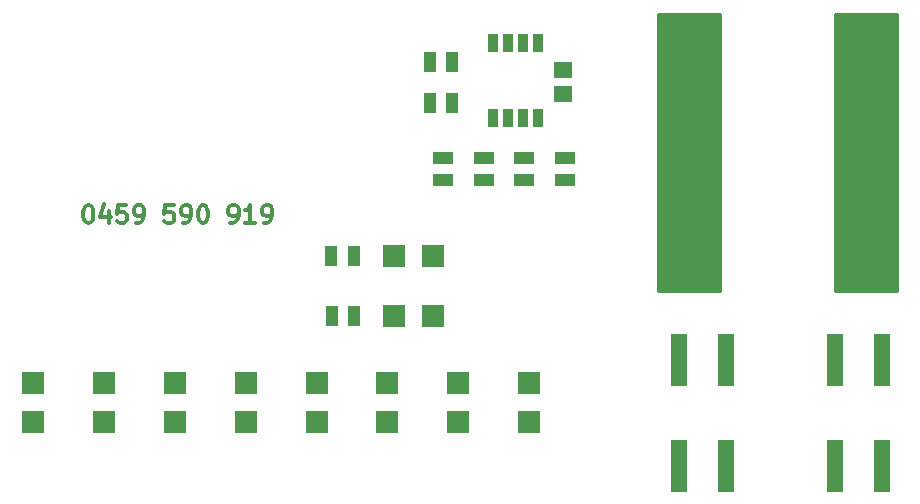
<source format=gbr>
G04 #@! TF.FileFunction,Soldermask,Top*
%FSLAX46Y46*%
G04 Gerber Fmt 4.6, Leading zero omitted, Abs format (unit mm)*
G04 Created by KiCad (PCBNEW 4.0.7) date 06/25/18 21:13:57*
%MOMM*%
%LPD*%
G01*
G04 APERTURE LIST*
%ADD10C,0.100000*%
%ADD11C,0.300000*%
%ADD12R,1.400000X4.400000*%
%ADD13R,1.900000X1.900000*%
%ADD14R,1.650000X1.400000*%
%ADD15R,1.100000X1.700000*%
%ADD16R,1.700000X1.100000*%
%ADD17R,0.908000X1.543000*%
%ADD18C,0.254000*%
G04 APERTURE END LIST*
D10*
D11*
X71605145Y-81342571D02*
X71748002Y-81342571D01*
X71890859Y-81414000D01*
X71962288Y-81485429D01*
X72033717Y-81628286D01*
X72105145Y-81914000D01*
X72105145Y-82271143D01*
X72033717Y-82556857D01*
X71962288Y-82699714D01*
X71890859Y-82771143D01*
X71748002Y-82842571D01*
X71605145Y-82842571D01*
X71462288Y-82771143D01*
X71390859Y-82699714D01*
X71319431Y-82556857D01*
X71248002Y-82271143D01*
X71248002Y-81914000D01*
X71319431Y-81628286D01*
X71390859Y-81485429D01*
X71462288Y-81414000D01*
X71605145Y-81342571D01*
X73390859Y-81842571D02*
X73390859Y-82842571D01*
X73033716Y-81271143D02*
X72676573Y-82342571D01*
X73605145Y-82342571D01*
X74890859Y-81342571D02*
X74176573Y-81342571D01*
X74105144Y-82056857D01*
X74176573Y-81985429D01*
X74319430Y-81914000D01*
X74676573Y-81914000D01*
X74819430Y-81985429D01*
X74890859Y-82056857D01*
X74962287Y-82199714D01*
X74962287Y-82556857D01*
X74890859Y-82699714D01*
X74819430Y-82771143D01*
X74676573Y-82842571D01*
X74319430Y-82842571D01*
X74176573Y-82771143D01*
X74105144Y-82699714D01*
X75676572Y-82842571D02*
X75962287Y-82842571D01*
X76105144Y-82771143D01*
X76176572Y-82699714D01*
X76319430Y-82485429D01*
X76390858Y-82199714D01*
X76390858Y-81628286D01*
X76319430Y-81485429D01*
X76248001Y-81414000D01*
X76105144Y-81342571D01*
X75819430Y-81342571D01*
X75676572Y-81414000D01*
X75605144Y-81485429D01*
X75533715Y-81628286D01*
X75533715Y-81985429D01*
X75605144Y-82128286D01*
X75676572Y-82199714D01*
X75819430Y-82271143D01*
X76105144Y-82271143D01*
X76248001Y-82199714D01*
X76319430Y-82128286D01*
X76390858Y-81985429D01*
X78890858Y-81342571D02*
X78176572Y-81342571D01*
X78105143Y-82056857D01*
X78176572Y-81985429D01*
X78319429Y-81914000D01*
X78676572Y-81914000D01*
X78819429Y-81985429D01*
X78890858Y-82056857D01*
X78962286Y-82199714D01*
X78962286Y-82556857D01*
X78890858Y-82699714D01*
X78819429Y-82771143D01*
X78676572Y-82842571D01*
X78319429Y-82842571D01*
X78176572Y-82771143D01*
X78105143Y-82699714D01*
X79676571Y-82842571D02*
X79962286Y-82842571D01*
X80105143Y-82771143D01*
X80176571Y-82699714D01*
X80319429Y-82485429D01*
X80390857Y-82199714D01*
X80390857Y-81628286D01*
X80319429Y-81485429D01*
X80248000Y-81414000D01*
X80105143Y-81342571D01*
X79819429Y-81342571D01*
X79676571Y-81414000D01*
X79605143Y-81485429D01*
X79533714Y-81628286D01*
X79533714Y-81985429D01*
X79605143Y-82128286D01*
X79676571Y-82199714D01*
X79819429Y-82271143D01*
X80105143Y-82271143D01*
X80248000Y-82199714D01*
X80319429Y-82128286D01*
X80390857Y-81985429D01*
X81319428Y-81342571D02*
X81462285Y-81342571D01*
X81605142Y-81414000D01*
X81676571Y-81485429D01*
X81748000Y-81628286D01*
X81819428Y-81914000D01*
X81819428Y-82271143D01*
X81748000Y-82556857D01*
X81676571Y-82699714D01*
X81605142Y-82771143D01*
X81462285Y-82842571D01*
X81319428Y-82842571D01*
X81176571Y-82771143D01*
X81105142Y-82699714D01*
X81033714Y-82556857D01*
X80962285Y-82271143D01*
X80962285Y-81914000D01*
X81033714Y-81628286D01*
X81105142Y-81485429D01*
X81176571Y-81414000D01*
X81319428Y-81342571D01*
X83676570Y-82842571D02*
X83962285Y-82842571D01*
X84105142Y-82771143D01*
X84176570Y-82699714D01*
X84319428Y-82485429D01*
X84390856Y-82199714D01*
X84390856Y-81628286D01*
X84319428Y-81485429D01*
X84247999Y-81414000D01*
X84105142Y-81342571D01*
X83819428Y-81342571D01*
X83676570Y-81414000D01*
X83605142Y-81485429D01*
X83533713Y-81628286D01*
X83533713Y-81985429D01*
X83605142Y-82128286D01*
X83676570Y-82199714D01*
X83819428Y-82271143D01*
X84105142Y-82271143D01*
X84247999Y-82199714D01*
X84319428Y-82128286D01*
X84390856Y-81985429D01*
X85819427Y-82842571D02*
X84962284Y-82842571D01*
X85390856Y-82842571D02*
X85390856Y-81342571D01*
X85247999Y-81556857D01*
X85105141Y-81699714D01*
X84962284Y-81771143D01*
X86533712Y-82842571D02*
X86819427Y-82842571D01*
X86962284Y-82771143D01*
X87033712Y-82699714D01*
X87176570Y-82485429D01*
X87247998Y-82199714D01*
X87247998Y-81628286D01*
X87176570Y-81485429D01*
X87105141Y-81414000D01*
X86962284Y-81342571D01*
X86676570Y-81342571D01*
X86533712Y-81414000D01*
X86462284Y-81485429D01*
X86390855Y-81628286D01*
X86390855Y-81985429D01*
X86462284Y-82128286D01*
X86533712Y-82199714D01*
X86676570Y-82271143D01*
X86962284Y-82271143D01*
X87105141Y-82199714D01*
X87176570Y-82128286D01*
X87247998Y-81985429D01*
D12*
X121698000Y-103417000D03*
X121698000Y-94417000D03*
X125698000Y-94417000D03*
X125698000Y-103417000D03*
D13*
X97562400Y-90678000D03*
X100862400Y-90678000D03*
D14*
X111887000Y-69882000D03*
X111887000Y-71882000D03*
D15*
X100589000Y-72644000D03*
X102489000Y-72644000D03*
X100589000Y-69215000D03*
X102489000Y-69215000D03*
D16*
X108585000Y-79243000D03*
X108585000Y-77343000D03*
X105156000Y-79243000D03*
X105156000Y-77343000D03*
X101743000Y-79243000D03*
X101743000Y-77343000D03*
X112014000Y-79243000D03*
X112014000Y-77343000D03*
D12*
X134906000Y-103417000D03*
X134906000Y-94417000D03*
X138906000Y-94417000D03*
X138906000Y-103417000D03*
D17*
X109728000Y-73914000D03*
X108458000Y-73914000D03*
X107188000Y-73914000D03*
X105918000Y-73914000D03*
X105918000Y-67564000D03*
X107188000Y-67564000D03*
X108458000Y-67564000D03*
X109728000Y-67564000D03*
D13*
X97000000Y-99650000D03*
X97000000Y-96350000D03*
X109000000Y-96350000D03*
X109000000Y-99650000D03*
X103000000Y-99650000D03*
X103000000Y-96350000D03*
X91000000Y-96350000D03*
X91000000Y-99650000D03*
X85000000Y-96350000D03*
X85000000Y-99650000D03*
X79000000Y-99650000D03*
X79000000Y-96350000D03*
X73000000Y-96350000D03*
X73000000Y-99650000D03*
X67000000Y-99650000D03*
X67000000Y-96350000D03*
D15*
X92232400Y-85598000D03*
X94132400Y-85598000D03*
X94168000Y-90678000D03*
X92268000Y-90678000D03*
D13*
X97538000Y-85598000D03*
X100838000Y-85598000D03*
D18*
G36*
X125123000Y-88623000D02*
X119877000Y-88623000D01*
X119877000Y-65127000D01*
X125123000Y-65127000D01*
X125123000Y-88623000D01*
X125123000Y-88623000D01*
G37*
X125123000Y-88623000D02*
X119877000Y-88623000D01*
X119877000Y-65127000D01*
X125123000Y-65127000D01*
X125123000Y-88623000D01*
G36*
X140123000Y-88623000D02*
X134877000Y-88623000D01*
X134877000Y-65127000D01*
X140123000Y-65127000D01*
X140123000Y-88623000D01*
X140123000Y-88623000D01*
G37*
X140123000Y-88623000D02*
X134877000Y-88623000D01*
X134877000Y-65127000D01*
X140123000Y-65127000D01*
X140123000Y-88623000D01*
M02*

</source>
